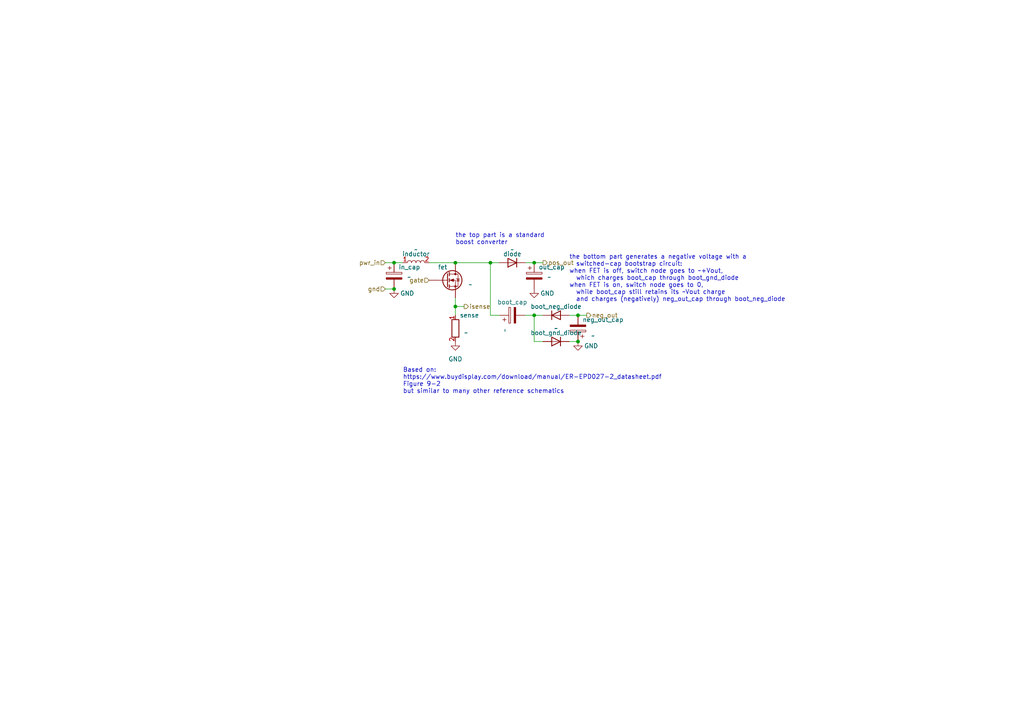
<source format=kicad_sch>
(kicad_sch (version 20230121) (generator eeschema)
  (paper "A4")
  (lib_symbols
    (symbol "C_Polarized_1" (pin_numbers hide) (pin_names (offset 0.254))
      (property "Reference" "C" (at 0.635 2.54 0))
      (property "Value" "C_Polarized" (at 0.635 -2.54 0))
      (symbol "C_Polarized_1_0_1"
        (rectangle (start -2.286 0.508) (end 2.286 1.016))
        (polyline (pts (xy -1.778 2.286) (xy -0.762 2.286)))
        (polyline (pts (xy -1.27 2.794) (xy -1.27 1.778)))
        (rectangle (start 2.286 -0.508) (end -2.286 -1.016) (fill (type outline)))
      )
      (symbol "C_Polarized_1_1_1"
        (pin passive line (at 0 3.81 270) (length 2.794) (name "~") (number "1"))
        (pin passive line (at 0 -3.81 90) (length 2.794) (name "~") (number "2"))
      )
    )
    (symbol "Device:C_Polarized" (pin_numbers hide) (pin_names (offset 0.254))
      (property "Reference" "C" (at 0.635 2.54 0))
      (property "Value" "C_Polarized" (at 0.635 -2.54 0))
      (symbol "C_Polarized_0_1"
        (rectangle (start -2.286 0.508) (end 2.286 1.016))
        (polyline (pts (xy -1.778 2.286) (xy -0.762 2.286)))
        (polyline (pts (xy -1.27 2.794) (xy -1.27 1.778)))
        (rectangle (start 2.286 -0.508) (end -2.286 -1.016) (fill (type outline)))
      )
      (symbol "C_Polarized_1_1"
        (pin passive line (at 0 3.81 270) (length 2.794) (name "~") (number "1"))
        (pin passive line (at 0 -3.81 90) (length 2.794) (name "~") (number "2"))
      )
    )
    (symbol "Device:D" (pin_numbers hide) (pin_names (offset 1.016) hide)
      (property "Reference" "D" (at 0 2.54 0))
      (property "Value" "D" (at 0 -2.54 0))
      (symbol "D_0_1"
        (polyline (pts (xy -1.27 1.27) (xy -1.27 -1.27)) (stroke (width 0.254)))
        (polyline (pts (xy 1.27 0) (xy -1.27 0)))
        (polyline (pts (xy 1.27 1.27) (xy 1.27 -1.27) (xy -1.27 0) (xy 1.27 1.27)) (stroke (width 0.254)))
      )
      (symbol "D_1_1"
        (pin passive line (at -3.81 0 0) (length 2.54) (name "K") (number "1"))
        (pin passive line (at 3.81 0 180) (length 2.54) (name "A") (number "2"))
      )
    )
    (symbol "Device:L" (pin_names (offset 1.016) hide)
      (property "Reference" "L" (at -1.27 0 90))
      (property "Value" "L" (at 1.905 0 90))
      (symbol "L_0_1"
        (arc (start 0 -2.54) (mid 0.6323 -1.905) (end 0 -1.27))
        (arc (start 0 -1.27) (mid 0.6323 -0.635) (end 0 0))
        (arc (start 0 0) (mid 0.6323 0.635) (end 0 1.27))
        (arc (start 0 1.27) (mid 0.6323 1.905) (end 0 2.54))
      )
      (symbol "L_1_1"
        (pin passive line (at 0 3.81 270) (length 1.27) (name "1") (number "1"))
        (pin passive line (at 0 -3.81 90) (length 1.27) (name "2") (number "2"))
      )
    )
    (symbol "Device:Q_NMOS_DGS" (pin_numbers hide) (pin_names (offset 0) hide)
      (property "Reference" "Q" (at 5.08 1.27 0))
      (property "Value" "Q_NMOS_DGS" (at 5.08 -1.27 0))
      (symbol "Q_NMOS_DGS_0_1"
        (polyline (pts (xy 0.254 0) (xy -2.54 0)))
        (polyline (pts (xy 0.254 1.905) (xy 0.254 -1.905)) (stroke (width 0.254)))
        (polyline (pts (xy 0.762 -1.27) (xy 0.762 -2.286)) (stroke (width 0.254)))
        (polyline (pts (xy 0.762 0.508) (xy 0.762 -0.508)) (stroke (width 0.254)))
        (polyline (pts (xy 0.762 2.286) (xy 0.762 1.27)) (stroke (width 0.254)))
        (polyline (pts (xy 2.54 2.54) (xy 2.54 1.778)))
        (polyline (pts (xy 2.54 -2.54) (xy 2.54 0) (xy 0.762 0)))
        (polyline (pts (xy 0.762 -1.778) (xy 3.302 -1.778) (xy 3.302 1.778) (xy 0.762 1.778)))
        (polyline (pts (xy 1.016 0) (xy 2.032 0.381) (xy 2.032 -0.381) (xy 1.016 0)) (fill (type outline)))
        (polyline (pts (xy 2.794 0.508) (xy 2.921 0.381) (xy 3.683 0.381) (xy 3.81 0.254)))
        (polyline (pts (xy 3.302 0.381) (xy 2.921 -0.254) (xy 3.683 -0.254) (xy 3.302 0.381)))
        (circle (center 1.651 0) (radius 2.794) (stroke (width 0.254)))
        (circle (center 2.54 -1.778) (radius 0.254) (fill (type outline)))
        (circle (center 2.54 1.778) (radius 0.254) (fill (type outline)))
      )
      (symbol "Q_NMOS_DGS_1_1"
        (pin passive line (at 2.54 5.08 270) (length 2.54) (name "D") (number "1"))
        (pin input line (at -5.08 0 0) (length 2.54) (name "G") (number "2"))
        (pin passive line (at 2.54 -5.08 90) (length 2.54) (name "S") (number "3"))
      )
    )
    (symbol "Device:R" (pin_names (offset 0))
      (property "Reference" "R" (at 2.032 0 90))
      (property "Value" "R" (at 0 0 90))
      (symbol "R_0_1"
        (rectangle (start -1.016 -2.54) (end 1.016 2.54) (stroke (width 0.254)))
      )
      (symbol "R_1_1"
        (pin passive line (at 0 3.81 270) (length 1.27) (name "~") (number "1"))
        (pin passive line (at 0 -3.81 90) (length 1.27) (name "~") (number "2"))
      )
    )
    (symbol "power:GND" (power) (pin_names (offset 0))
      (property "Value" "GND" (at 0 -3.81 0))
      (symbol "GND_0_1"
        (polyline (pts (xy 0 0) (xy 0 -1.27) (xy 1.27 -1.27) (xy 0 -2.54) (xy -1.27 -1.27) (xy 0 -1.27)))
      )
      (symbol "GND_1_1"
        (pin power_in line (at 0 0 270) (length 0) hide (name "GND") (number "1"))
      )
    )
  )
  (junction (at 167.64 91.44))
  (junction (at 142.24 76.2))
  (junction (at 132.08 76.2))
  (junction (at 154.94 91.44))
  (junction (at 167.64 99.06))
  (junction (at 114.3 83.82))
  (junction (at 154.94 76.2))
  (junction (at 114.3 76.2))
  (junction (at 132.08 88.9))
  (wire (pts (xy 142.24 91.44) (xy 144.78 91.44)))
  (wire (pts (xy 124.46 76.2) (xy 132.08 76.2)))
  (wire (pts (xy 154.94 99.06) (xy 157.48 99.06)))
  (wire (pts (xy 111.76 76.2) (xy 114.3 76.2)))
  (wire (pts (xy 165.1 91.44) (xy 167.64 91.44)))
  (wire (pts (xy 132.08 86.36) (xy 132.08 88.9)))
  (wire (pts (xy 154.94 91.44) (xy 157.48 91.44)))
  (wire (pts (xy 111.76 83.82) (xy 114.3 83.82)))
  (wire (pts (xy 154.94 76.2) (xy 157.48 76.2)))
  (wire (pts (xy 154.94 91.44) (xy 152.4 91.44)))
  (wire (pts (xy 114.3 76.2) (xy 116.84 76.2)))
  (wire (pts (xy 132.08 88.9) (xy 132.08 91.44)))
  (wire (pts (xy 165.1 99.06) (xy 167.64 99.06)))
  (wire (pts (xy 167.64 91.44) (xy 170.18 91.44)))
  (wire (pts (xy 144.78 76.2) (xy 142.24 76.2)))
  (wire (pts (xy 152.4 76.2) (xy 154.94 76.2)))
  (wire (pts (xy 154.94 91.44) (xy 154.94 99.06)))
  (wire (pts (xy 132.08 76.2) (xy 142.24 76.2)))
  (wire (pts (xy 132.08 88.9) (xy 134.62 88.9)))
  (wire (pts (xy 142.24 76.2) (xy 142.24 91.44)))
  (text "the top part is a standard\nboost converter" (at 132.08 71.12 0) (effects (font (size 1.27 1.27)) (justify left bottom)))
  (text "the bottom part generates a negative voltage with a\n  switched-cap bootstrap circuit:\nwhen FET is off, switch node goes to ~+Vout,\n  which charges boot_cap through boot_gnd_diode\nwhen FET is on, switch node goes to 0,\n  while boot_cap still retains its ~Vout charge\n  and charges (negatively) neg_out_cap through boot_neg_diode" (at 165.1 87.63 0) (effects (font (size 1.27 1.27)) (justify left bottom)))
  (text "Based on:\nhttps://www.buydisplay.com/download/manual/ER-EPD027-2_datasheet.pdf\nFigure 9-2\nbut similar to many other reference schematics" (at 116.84 114.3 0) (effects (font (size 1.27 1.27)) (justify left bottom)))
  (hierarchical_label "pwr_in" (shape input) (at 111.76 76.2 180))
  (hierarchical_label "isense" (shape output) (at 134.62 88.9 0))
  (hierarchical_label "neg_out" (shape output) (at 170.18 91.44 0))
  (hierarchical_label "pos_out" (shape output) (at 157.48 76.2 0))
  (hierarchical_label "gate" (shape input) (at 124.46 81.28 180))
  (hierarchical_label "gnd" (shape input) (at 111.76 83.82 180))
  (symbol (lib_id "Device:C_Polarized") (at 154.94 80.01 0) (unit 1)
    (property "Reference" "out_cap" (at 156.21 77.47 0) (effects (justify left)))
    (property "Value" "~" (at 158.75 80.3909 0) (effects (justify left)))
  )
  (symbol (lib_id "Device:C_Polarized") (at 148.59 91.44 90) (unit 1)
    (property "Reference" "boot_cap" (at 148.59 87.63 90))
    (property "Value" "~" (at 146.4311 95.25 0) (effects (justify right)))
  )
  (symbol (lib_id "power:GND") (at 132.08 99.06 0) (unit 1)
    (property "Reference" "#PWR?" (effects hide))
    (property "Value" "GND" (at 132.08 104.14 0))
  )
  (symbol (lib_id "Device:L") (at 120.65 76.2 90) (unit 1)
    (property "Reference" "inductor" (at 120.65 73.66 90))
    (property "Value" "~" (at 120.65 72.39 90))
  )
  (symbol (lib_id "Device:C_Polarized") (at 167.64 95.25 180) (unit 1)
    (property "Reference" "neg_out_cap" (at 168.91 92.71 0) (effects (justify right)))
    (property "Value" "~" (at 171.45 97.4089 0) (effects (justify right)))
  )
  (symbol (lib_id "Device:D") (at 161.29 91.44 0) (unit 1)
    (property "Reference" "boot_neg_diode" (at 161.29 88.9 0))
    (property "Value" "~" (at 161.29 95.25 0))
  )
  (symbol (lib_id "Device:D") (at 148.59 76.2 180) (unit 1)
    (property "Reference" "diode" (at 148.59 73.66 0))
    (property "Value" "~" (at 148.59 72.39 0))
  )
  (symbol (lib_id "power:GND") (at 114.3 83.82 0) (unit 1)
    (property "Reference" "#PWR?" (effects hide))
    (property "Value" "GND" (at 118.11 85.09 0))
  )
  (symbol (lib_id "Device:Q_NMOS_DGS") (at 129.54 81.28 0) (unit 1)
    (property "Reference" "fet" (at 127 77.47 0) (effects (justify left)))
    (property "Value" "~" (at 135.89 82.5499 0) (effects (justify left)))
  )
  (symbol (lib_id "power:GND") (at 154.94 83.82 0) (unit 1)
    (property "Reference" "#PWR?" (effects hide))
    (property "Value" "GND" (at 158.75 85.09 0))
  )
  (symbol (lib_id "Device:D") (at 161.29 99.06 180) (unit 1)
    (property "Reference" "boot_gnd_diode" (at 161.29 96.52 0))
    (property "Value" "~" (at 161.29 95.25 0))
  )
  (symbol (lib_id "Device:R") (at 132.08 95.25 0) (unit 1)
    (property "Reference" "sense" (at 133.35 91.44 0) (effects (justify left)))
    (property "Value" "~" (at 134.62 96.5199 0) (effects (justify left)))
  )
  (symbol (lib_id "power:GND") (at 167.64 99.06 0) (unit 1)
    (property "Reference" "#PWR?" (effects hide))
    (property "Value" "GND" (at 171.45 100.33 0))
  )
  (symbol (lib_name "C_Polarized_1") (lib_id "Device:C_Polarized") (at 114.3 80.01 0) (unit 1)
    (property "Reference" "in_cap" (at 115.57 77.47 0) (effects (justify left)))
    (property "Value" "~" (at 118.11 80.3909 0) (effects (justify left)))
  )
)
</source>
